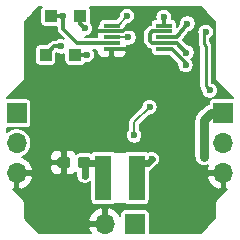
<source format=gbr>
%TF.GenerationSoftware,KiCad,Pcbnew,5.99.0+really5.1.10+dfsg1-1*%
%TF.CreationDate,2021-11-14T15:35:52+01:00*%
%TF.ProjectId,GBPOCKET_DCDC,4742504f-434b-4455-945f-444344432e6b,Rev1*%
%TF.SameCoordinates,PX7102aa0PY5f5e100*%
%TF.FileFunction,Copper,L2,Bot*%
%TF.FilePolarity,Positive*%
%FSLAX46Y46*%
G04 Gerber Fmt 4.6, Leading zero omitted, Abs format (unit mm)*
G04 Created by KiCad (PCBNEW 5.99.0+really5.1.10+dfsg1-1) date 2021-11-14 15:35:52*
%MOMM*%
%LPD*%
G01*
G04 APERTURE LIST*
%TA.AperFunction,ComponentPad*%
%ADD10O,1.700000X1.700000*%
%TD*%
%TA.AperFunction,ComponentPad*%
%ADD11R,1.700000X1.700000*%
%TD*%
%TA.AperFunction,SMDPad,CuDef*%
%ADD12R,1.400000X0.300000*%
%TD*%
%TA.AperFunction,SMDPad,CuDef*%
%ADD13R,1.400000X3.800000*%
%TD*%
%TA.AperFunction,SMDPad,CuDef*%
%ADD14R,1.000000X1.000000*%
%TD*%
%TA.AperFunction,ViaPad*%
%ADD15C,0.600000*%
%TD*%
%TA.AperFunction,Conductor*%
%ADD16C,0.300000*%
%TD*%
%TA.AperFunction,Conductor*%
%ADD17C,0.250000*%
%TD*%
%TA.AperFunction,Conductor*%
%ADD18C,0.200000*%
%TD*%
%TA.AperFunction,Conductor*%
%ADD19C,0.800000*%
%TD*%
%TA.AperFunction,Conductor*%
%ADD20C,0.600000*%
%TD*%
%TA.AperFunction,Conductor*%
%ADD21C,0.100000*%
%TD*%
G04 APERTURE END LIST*
D10*
%TO.P,J3,2*%
%TO.N,GND*%
X8730000Y1200000D03*
D11*
%TO.P,J3,1*%
%TO.N,Net-(J3-Pad1)*%
X11270000Y1200000D03*
%TD*%
%TO.P,C13,2*%
%TO.N,GND*%
%TA.AperFunction,SMDPad,CuDef*%
G36*
G01*
X5775000Y6637500D02*
X5775000Y6162500D01*
G75*
G02*
X5537500Y5925000I-237500J0D01*
G01*
X4937500Y5925000D01*
G75*
G02*
X4700000Y6162500I0J237500D01*
G01*
X4700000Y6637500D01*
G75*
G02*
X4937500Y6875000I237500J0D01*
G01*
X5537500Y6875000D01*
G75*
G02*
X5775000Y6637500I0J-237500D01*
G01*
G37*
%TD.AperFunction*%
%TO.P,C13,1*%
%TO.N,+VSW*%
%TA.AperFunction,SMDPad,CuDef*%
G36*
G01*
X7500000Y6637500D02*
X7500000Y6162500D01*
G75*
G02*
X7262500Y5925000I-237500J0D01*
G01*
X6662500Y5925000D01*
G75*
G02*
X6425000Y6162500I0J237500D01*
G01*
X6425000Y6637500D01*
G75*
G02*
X6662500Y6875000I237500J0D01*
G01*
X7262500Y6875000D01*
G75*
G02*
X7500000Y6637500I0J-237500D01*
G01*
G37*
%TD.AperFunction*%
%TD*%
D10*
%TO.P,J2,3*%
%TO.N,GND*%
X1250000Y5500000D03*
%TO.P,J2,2*%
%TO.N,N/C*%
X1250000Y8040000D03*
D11*
%TO.P,J2,1*%
%TO.N,+BATT*%
X1250000Y10580000D03*
%TD*%
D12*
%TO.P,U2,10*%
%TO.N,/FB_NEG*%
X13700000Y16000000D03*
%TO.P,U2,9*%
%TO.N,+5V*%
X13700000Y16500000D03*
%TO.P,U2,8*%
%TO.N,Net-(C8-Pad1)*%
X13700000Y17000000D03*
%TO.P,U2,7*%
%TO.N,+5V*%
X13700000Y17500000D03*
%TO.P,U2,6*%
%TO.N,Net-(C8-Pad2)*%
X13700000Y18000000D03*
%TO.P,U2,5*%
%TO.N,Net-(C6-Pad2)*%
X9300000Y18000000D03*
%TO.P,U2,4*%
%TO.N,GND*%
X9300000Y17500000D03*
%TO.P,U2,3*%
%TO.N,Net-(C5-Pad2)*%
X9300000Y17000000D03*
%TO.P,U2,2*%
%TO.N,Net-(C3-Pad1)*%
X9300000Y16500000D03*
%TO.P,U2,1*%
%TO.N,GND*%
X9300000Y16000000D03*
%TD*%
D13*
%TO.P,L1,1*%
%TO.N,Net-(L1-Pad1)*%
X11400000Y5100000D03*
%TO.P,L1,2*%
%TO.N,+VSW*%
X8600000Y5100000D03*
%TD*%
D10*
%TO.P,J1,3*%
%TO.N,GND*%
X18750000Y5500000D03*
%TO.P,J1,2*%
%TO.N,-18V*%
X18750000Y8040000D03*
D11*
%TO.P,J1,1*%
%TO.N,+5V*%
X18750000Y10580000D03*
%TD*%
D14*
%TO.P,D2,2*%
%TO.N,Net-(C5-Pad1)*%
X6650000Y18800000D03*
%TO.P,D2,1*%
%TO.N,Net-(C3-Pad1)*%
X4150000Y18800000D03*
%TD*%
%TO.P,D1,2*%
%TO.N,-18V*%
X6200000Y15500000D03*
%TO.P,D1,1*%
%TO.N,Net-(C5-Pad1)*%
X3700000Y15500000D03*
%TD*%
D15*
%TO.N,GND*%
X14000000Y10300000D03*
X14000000Y9400000D03*
X14000000Y8500000D03*
X11200000Y7700000D03*
X8000000Y19300000D03*
X7900000Y18400000D03*
X11900000Y19300000D03*
X11900000Y18200000D03*
X11600000Y15400000D03*
X14650000Y14450000D03*
X15400000Y13300000D03*
X14850000Y12300000D03*
X4350000Y12450000D03*
X3200000Y13850000D03*
X4950000Y15250000D03*
X2300000Y15800000D03*
X2350000Y18450000D03*
X3000000Y19050000D03*
X16300000Y19200000D03*
X17550000Y18450000D03*
X17150000Y4650000D03*
X17950000Y3600000D03*
X17250000Y1200000D03*
X17150000Y2450000D03*
X14550000Y2400000D03*
X13050000Y2500000D03*
X14600000Y4700000D03*
X15200000Y6750000D03*
X13700000Y6600000D03*
X12900000Y5500000D03*
X12850000Y3500000D03*
X9900000Y2400000D03*
X7350000Y2650000D03*
X7050000Y4200000D03*
X6450000Y700000D03*
X3200000Y900000D03*
X2300000Y1950000D03*
X2250000Y3800000D03*
X5400000Y4700000D03*
X3850000Y5050000D03*
X3750000Y6700000D03*
X2400000Y9100000D03*
X1150000Y12200000D03*
X6650000Y11750000D03*
X2850000Y11800000D03*
X17850000Y16750000D03*
%TO.N,-18V*%
X7200012Y15500000D03*
X17250000Y17450000D03*
X17600000Y12500000D03*
%TO.N,Net-(C3-Pad1)*%
X5200000Y18800000D03*
%TO.N,Net-(C5-Pad2)*%
X10700000Y17000000D03*
%TO.N,Net-(C5-Pad1)*%
X7000000Y17750000D03*
X5006556Y16231521D03*
%TO.N,Net-(C6-Pad2)*%
X10600000Y18800000D03*
%TO.N,+5V*%
X17100000Y6900000D03*
X15609627Y15709627D03*
%TO.N,Net-(C8-Pad2)*%
X13700000Y18700000D03*
%TO.N,Net-(C8-Pad1)*%
X15700000Y18150000D03*
%TO.N,/FB_NEG*%
X15549999Y14649999D03*
%TO.N,Net-(L1-Pad1)*%
X12700000Y6700000D03*
%TO.N,+VSW*%
X7000000Y5300000D03*
X12500000Y11100000D03*
X11200000Y8700000D03*
%TD*%
D16*
%TO.N,GND*%
X10237998Y17500000D02*
X10437998Y17700000D01*
X9300000Y17500000D02*
X10237998Y17500000D01*
X9300000Y17500000D02*
X7900000Y17500000D01*
X10437998Y17700000D02*
X10900000Y17700000D01*
X9300000Y16000000D02*
X10600000Y16000000D01*
X10600000Y16000000D02*
X10800000Y16200000D01*
%TO.N,-18V*%
X6200000Y15500000D02*
X7200012Y15500000D01*
D17*
X17250000Y12850000D02*
X17600000Y12500000D01*
X17250000Y16300000D02*
X17250000Y12850000D01*
X17100000Y16450000D02*
X17250000Y16300000D01*
X17100000Y17300000D02*
X17100000Y16450000D01*
X17250000Y17450000D02*
X17100000Y17300000D01*
D16*
%TO.N,Net-(C3-Pad1)*%
X4150000Y18800000D02*
X5200000Y18800000D01*
X6400000Y16500000D02*
X9300000Y16500000D01*
X5200000Y17700000D02*
X6400000Y16500000D01*
X5200000Y18800000D02*
X5200000Y17700000D01*
D18*
%TO.N,Net-(C5-Pad2)*%
X9300000Y17000000D02*
X10700000Y17000000D01*
D16*
%TO.N,Net-(C5-Pad1)*%
X3700000Y15500000D02*
X4431521Y16231521D01*
X4431521Y16231521D02*
X5006556Y16231521D01*
X6650000Y18100000D02*
X7000000Y17750000D01*
X6650000Y18800000D02*
X6650000Y18100000D01*
D18*
%TO.N,Net-(C6-Pad2)*%
X9800000Y18000000D02*
X10600000Y18800000D01*
X9300000Y18000000D02*
X9800000Y18000000D01*
D16*
%TO.N,+5V*%
X12719998Y16500000D02*
X13700000Y16500000D01*
X12500000Y17300000D02*
X12500000Y16719998D01*
X12500000Y16719998D02*
X12719998Y16500000D01*
X12700000Y17500000D02*
X12500000Y17300000D01*
X13700000Y17500000D02*
X12700000Y17500000D01*
D19*
X17715000Y10580000D02*
X18750000Y10580000D01*
X17100000Y9965000D02*
X17715000Y10580000D01*
X17100000Y6900000D02*
X17100000Y9965000D01*
D16*
X13700000Y16500000D02*
X14819254Y16500000D01*
X14819254Y16500000D02*
X15609627Y15709627D01*
%TO.N,Net-(C8-Pad2)*%
X13700000Y18700000D02*
X13700000Y18000000D01*
%TO.N,Net-(C8-Pad1)*%
X14849994Y17000000D02*
X13700000Y17000000D01*
X15700000Y18150000D02*
X14849994Y17000000D01*
%TO.N,/FB_NEG*%
X15549999Y14850001D02*
X15549999Y14649999D01*
X13700000Y16000000D02*
X14400000Y16000000D01*
X14400000Y16000000D02*
X15549999Y14850001D01*
D20*
%TO.N,Net-(L1-Pad1)*%
X12400000Y6400000D02*
X11300000Y6400000D01*
X12700000Y6700000D02*
X12400000Y6400000D01*
%TO.N,+VSW*%
X7000000Y6362500D02*
X6962500Y6400000D01*
X7000000Y5300000D02*
X7000000Y6362500D01*
X8600000Y6400000D02*
X8600000Y5100000D01*
X6962500Y6400000D02*
X8600000Y6400000D01*
D18*
X11200000Y9800000D02*
X11200000Y8700000D01*
X12500000Y11100000D02*
X11200000Y9800000D01*
%TD*%
%TO.N,GND*%
X3315803Y19523303D02*
X3278660Y19453814D01*
X3255788Y19378414D01*
X3248065Y19300000D01*
X3248065Y18300000D01*
X3255788Y18221586D01*
X3278660Y18146186D01*
X3315803Y18076697D01*
X3365789Y18015789D01*
X3426697Y17965803D01*
X3496186Y17928660D01*
X3571586Y17905788D01*
X3650000Y17898065D01*
X4650001Y17898065D01*
X4650001Y17727017D01*
X4647340Y17700000D01*
X4650001Y17672982D01*
X4657959Y17592181D01*
X4679449Y17521340D01*
X4689409Y17488506D01*
X4740479Y17392958D01*
X4791987Y17330196D01*
X4791993Y17330190D01*
X4809211Y17309210D01*
X4830191Y17291992D01*
X5222388Y16899794D01*
X5210738Y16904620D01*
X5075500Y16931521D01*
X4937612Y16931521D01*
X4802374Y16904620D01*
X4674982Y16851853D01*
X4569722Y16781521D01*
X4458529Y16781521D01*
X4431521Y16784181D01*
X4404513Y16781521D01*
X4404503Y16781521D01*
X4323702Y16773563D01*
X4220027Y16742113D01*
X4134103Y16696186D01*
X4124479Y16691042D01*
X4061716Y16639534D01*
X4061711Y16639529D01*
X4040731Y16622311D01*
X4023513Y16601331D01*
X3824117Y16401935D01*
X3200000Y16401935D01*
X3121586Y16394212D01*
X3046186Y16371340D01*
X2976697Y16334197D01*
X2915789Y16284211D01*
X2865803Y16223303D01*
X2828660Y16153814D01*
X2805788Y16078414D01*
X2798065Y16000000D01*
X2798065Y15000000D01*
X2805788Y14921586D01*
X2828660Y14846186D01*
X2865803Y14776697D01*
X2915789Y14715789D01*
X2976697Y14665803D01*
X3046186Y14628660D01*
X3121586Y14605788D01*
X3200000Y14598065D01*
X4200000Y14598065D01*
X4278414Y14605788D01*
X4353814Y14628660D01*
X4423303Y14665803D01*
X4484211Y14715789D01*
X4534197Y14776697D01*
X4571340Y14846186D01*
X4594212Y14921586D01*
X4601935Y15000000D01*
X4601935Y15624117D01*
X4623443Y15645626D01*
X4674982Y15611189D01*
X4802374Y15558422D01*
X4937612Y15531521D01*
X5075500Y15531521D01*
X5210738Y15558422D01*
X5298065Y15594594D01*
X5298065Y15000000D01*
X5305788Y14921586D01*
X5328660Y14846186D01*
X5365803Y14776697D01*
X5415789Y14715789D01*
X5476697Y14665803D01*
X5546186Y14628660D01*
X5621586Y14605788D01*
X5700000Y14598065D01*
X6700000Y14598065D01*
X6778414Y14605788D01*
X6853814Y14628660D01*
X6923303Y14665803D01*
X6984211Y14715789D01*
X7034197Y14776697D01*
X7054766Y14815178D01*
X7131068Y14800000D01*
X7268956Y14800000D01*
X7404194Y14826901D01*
X7531586Y14879668D01*
X7646236Y14956274D01*
X7743738Y15053776D01*
X7820344Y15168426D01*
X7873111Y15295818D01*
X7900012Y15431056D01*
X7900012Y15568944D01*
X7873111Y15704182D01*
X7820344Y15831574D01*
X7743738Y15946224D01*
X7739962Y15950000D01*
X8000000Y15950000D01*
X8000000Y15849998D01*
X8049998Y15849998D01*
X8000000Y15800000D01*
X8011806Y15717638D01*
X8048930Y15605430D01*
X8107232Y15502621D01*
X8184471Y15413162D01*
X8277678Y15340490D01*
X8383272Y15287398D01*
X8497195Y15255927D01*
X8615068Y15247285D01*
X9000000Y15250000D01*
X9150000Y15400000D01*
X9150000Y15948065D01*
X9450000Y15948065D01*
X9450000Y15400000D01*
X9600000Y15250000D01*
X9984932Y15247285D01*
X10102805Y15255927D01*
X10216728Y15287398D01*
X10322322Y15340490D01*
X10415529Y15413162D01*
X10492768Y15502621D01*
X10551070Y15605430D01*
X10588194Y15717638D01*
X10600000Y15800000D01*
X10450000Y15950000D01*
X10019647Y15950000D01*
X10078414Y15955788D01*
X10153814Y15978660D01*
X10223303Y16015803D01*
X10264972Y16050000D01*
X10450000Y16050000D01*
X10600000Y16200000D01*
X10588194Y16282362D01*
X10578928Y16310369D01*
X10631056Y16300000D01*
X10768944Y16300000D01*
X10904182Y16326901D01*
X11031574Y16379668D01*
X11146224Y16456274D01*
X11243726Y16553776D01*
X11320332Y16668426D01*
X11373099Y16795818D01*
X11400000Y16931056D01*
X11400000Y17068944D01*
X11373099Y17204182D01*
X11333411Y17300000D01*
X11947340Y17300000D01*
X11950000Y17272992D01*
X11950000Y16747006D01*
X11947340Y16719998D01*
X11950000Y16692990D01*
X11950000Y16692980D01*
X11957958Y16612179D01*
X11981121Y16535825D01*
X11989409Y16508504D01*
X12040479Y16412956D01*
X12091987Y16350194D01*
X12091993Y16350188D01*
X12109211Y16329208D01*
X12130191Y16311990D01*
X12311985Y16130196D01*
X12329208Y16109210D01*
X12350194Y16091987D01*
X12412076Y16041201D01*
X12412956Y16040479D01*
X12508504Y15989408D01*
X12598065Y15962240D01*
X12598065Y15850000D01*
X12605788Y15771586D01*
X12628660Y15696186D01*
X12665803Y15626697D01*
X12715789Y15565789D01*
X12776697Y15515803D01*
X12846186Y15478660D01*
X12921586Y15455788D01*
X13000000Y15448065D01*
X14174118Y15448065D01*
X14858832Y14763350D01*
X14849999Y14718943D01*
X14849999Y14581055D01*
X14876900Y14445817D01*
X14929667Y14318425D01*
X15006273Y14203775D01*
X15103775Y14106273D01*
X15218425Y14029667D01*
X15345817Y13976900D01*
X15481055Y13949999D01*
X15618943Y13949999D01*
X15754181Y13976900D01*
X15881573Y14029667D01*
X15996223Y14106273D01*
X16093725Y14203775D01*
X16170331Y14318425D01*
X16223098Y14445817D01*
X16249999Y14581055D01*
X16249999Y14718943D01*
X16223098Y14854181D01*
X16170331Y14981573D01*
X16093725Y15096223D01*
X16036786Y15153162D01*
X16055851Y15165901D01*
X16153353Y15263403D01*
X16229959Y15378053D01*
X16282726Y15505445D01*
X16309627Y15640683D01*
X16309627Y15778571D01*
X16282726Y15913809D01*
X16229959Y16041201D01*
X16153353Y16155851D01*
X16055851Y16253353D01*
X15941201Y16329959D01*
X15813809Y16382726D01*
X15689648Y16407424D01*
X15348261Y16748810D01*
X15883358Y17472759D01*
X15904182Y17476901D01*
X16005683Y17518944D01*
X16550000Y17518944D01*
X16550000Y17381056D01*
X16575000Y17255375D01*
X16575000Y16475780D01*
X16572461Y16450000D01*
X16575000Y16424220D01*
X16575000Y16424212D01*
X16577920Y16394570D01*
X16582597Y16347083D01*
X16612617Y16248120D01*
X16658341Y16162577D01*
X16661368Y16156914D01*
X16725000Y16079378D01*
X16725001Y12875790D01*
X16722461Y12850000D01*
X16732597Y12747083D01*
X16762617Y12648120D01*
X16811367Y12556915D01*
X16811368Y12556914D01*
X16876974Y12476973D01*
X16897005Y12460534D01*
X16900000Y12457539D01*
X16900000Y12431056D01*
X16926901Y12295818D01*
X16979668Y12168426D01*
X17056274Y12053776D01*
X17153776Y11956274D01*
X17268426Y11879668D01*
X17395818Y11826901D01*
X17531056Y11800000D01*
X17668944Y11800000D01*
X17804182Y11826901D01*
X17931574Y11879668D01*
X18046224Y11956274D01*
X18143726Y12053776D01*
X18220332Y12168426D01*
X18273099Y12295818D01*
X18300000Y12431056D01*
X18300000Y12568944D01*
X18273099Y12704182D01*
X18220332Y12831574D01*
X18143726Y12946224D01*
X18046224Y13043726D01*
X17931574Y13120332D01*
X17804182Y13173099D01*
X17775000Y13178904D01*
X17775000Y16274221D01*
X17777539Y16300001D01*
X17775000Y16325781D01*
X17775000Y16325788D01*
X17767403Y16402918D01*
X17737383Y16501881D01*
X17688633Y16593086D01*
X17625000Y16670623D01*
X17625000Y16858684D01*
X17696224Y16906274D01*
X17793726Y17003776D01*
X17870332Y17118426D01*
X17923099Y17245818D01*
X17950000Y17381056D01*
X17950000Y17518944D01*
X17923099Y17654182D01*
X17870332Y17781574D01*
X17793726Y17896224D01*
X17696224Y17993726D01*
X17581574Y18070332D01*
X17454182Y18123099D01*
X17318944Y18150000D01*
X17181056Y18150000D01*
X17045818Y18123099D01*
X16918426Y18070332D01*
X16803776Y17993726D01*
X16706274Y17896224D01*
X16629668Y17781574D01*
X16576901Y17654182D01*
X16550000Y17518944D01*
X16005683Y17518944D01*
X16031574Y17529668D01*
X16146224Y17606274D01*
X16243726Y17703776D01*
X16320332Y17818426D01*
X16373099Y17945818D01*
X16400000Y18081056D01*
X16400000Y18218944D01*
X16373099Y18354182D01*
X16320332Y18481574D01*
X16243726Y18596224D01*
X16146224Y18693726D01*
X16031574Y18770332D01*
X15904182Y18823099D01*
X15768944Y18850000D01*
X15631056Y18850000D01*
X15495818Y18823099D01*
X15368426Y18770332D01*
X15253776Y18693726D01*
X15156274Y18596224D01*
X15079668Y18481574D01*
X15026901Y18354182D01*
X15000000Y18218944D01*
X15000000Y18128261D01*
X14801935Y17860292D01*
X14801935Y18150000D01*
X14794212Y18228414D01*
X14771340Y18303814D01*
X14734197Y18373303D01*
X14684211Y18434211D01*
X14623303Y18484197D01*
X14553814Y18521340D01*
X14478414Y18544212D01*
X14400000Y18551935D01*
X14384262Y18551935D01*
X14400000Y18631056D01*
X14400000Y18768944D01*
X14373099Y18904182D01*
X14320332Y19031574D01*
X14243726Y19146224D01*
X14146224Y19243726D01*
X14031574Y19320332D01*
X13904182Y19373099D01*
X13768944Y19400000D01*
X13631056Y19400000D01*
X13495818Y19373099D01*
X13368426Y19320332D01*
X13253776Y19243726D01*
X13156274Y19146224D01*
X13079668Y19031574D01*
X13026901Y18904182D01*
X13000000Y18768944D01*
X13000000Y18631056D01*
X13015738Y18551935D01*
X13000000Y18551935D01*
X12921586Y18544212D01*
X12846186Y18521340D01*
X12776697Y18484197D01*
X12715789Y18434211D01*
X12665803Y18373303D01*
X12628660Y18303814D01*
X12605788Y18228414D01*
X12598065Y18150000D01*
X12598065Y18042622D01*
X12592181Y18042042D01*
X12488506Y18010592D01*
X12392958Y17959521D01*
X12309210Y17890790D01*
X12291983Y17869800D01*
X12130197Y17708014D01*
X12109210Y17690790D01*
X12040479Y17607042D01*
X11989408Y17511493D01*
X11957958Y17407818D01*
X11950000Y17327017D01*
X11950000Y17327008D01*
X11947340Y17300000D01*
X11333411Y17300000D01*
X11320332Y17331574D01*
X11243726Y17446224D01*
X11146224Y17543726D01*
X11031574Y17620332D01*
X10904182Y17673099D01*
X10768944Y17700000D01*
X10631056Y17700000D01*
X10592289Y17692289D01*
X10600000Y17700000D01*
X10588194Y17782362D01*
X10551070Y17894570D01*
X10497008Y17989902D01*
X10607106Y18100000D01*
X10668944Y18100000D01*
X10804182Y18126901D01*
X10931574Y18179668D01*
X11046224Y18256274D01*
X11143726Y18353776D01*
X11220332Y18468426D01*
X11273099Y18595818D01*
X11300000Y18731056D01*
X11300000Y18868944D01*
X11273099Y19004182D01*
X11220332Y19131574D01*
X11143726Y19246224D01*
X11046224Y19343726D01*
X10931574Y19420332D01*
X10804182Y19473099D01*
X10668944Y19500000D01*
X10531056Y19500000D01*
X10395818Y19473099D01*
X10268426Y19420332D01*
X10153776Y19343726D01*
X10056274Y19246224D01*
X9979668Y19131574D01*
X9926901Y19004182D01*
X9900000Y18868944D01*
X9900000Y18807106D01*
X9644829Y18551935D01*
X8600000Y18551935D01*
X8521586Y18544212D01*
X8446186Y18521340D01*
X8376697Y18484197D01*
X8315789Y18434211D01*
X8265803Y18373303D01*
X8228660Y18303814D01*
X8205788Y18228414D01*
X8198065Y18150000D01*
X8198065Y18097437D01*
X8184471Y18086838D01*
X8107232Y17997379D01*
X8048930Y17894570D01*
X8011806Y17782362D01*
X8000000Y17700000D01*
X8150000Y17550000D01*
X8335028Y17550000D01*
X8376697Y17515803D01*
X8406262Y17500000D01*
X8376697Y17484197D01*
X8335028Y17450000D01*
X8150000Y17450000D01*
X8000000Y17300000D01*
X8011806Y17217638D01*
X8048930Y17105430D01*
X8080364Y17050000D01*
X7068944Y17050000D01*
X7204182Y17076901D01*
X7331574Y17129668D01*
X7446224Y17206274D01*
X7543726Y17303776D01*
X7620332Y17418426D01*
X7673099Y17545818D01*
X7700000Y17681056D01*
X7700000Y17818944D01*
X7673099Y17954182D01*
X7620332Y18081574D01*
X7543726Y18196224D01*
X7538196Y18201754D01*
X7544212Y18221586D01*
X7551935Y18300000D01*
X7551935Y19300000D01*
X7544212Y19378414D01*
X7521340Y19453814D01*
X7484197Y19523303D01*
X7441770Y19575000D01*
X16823960Y19575000D01*
X18075000Y18323959D01*
X18075001Y13520877D01*
X18072945Y13500000D01*
X18081150Y13416686D01*
X18105207Y13337383D01*
X18105453Y13336573D01*
X18144917Y13262740D01*
X18198027Y13198026D01*
X18214239Y13184721D01*
X19567024Y11831935D01*
X17900000Y11831935D01*
X17821586Y11824212D01*
X17746186Y11801340D01*
X17676697Y11764197D01*
X17615789Y11714211D01*
X17565803Y11653303D01*
X17528660Y11583814D01*
X17505788Y11508414D01*
X17498065Y11430000D01*
X17498065Y11350190D01*
X17407372Y11322679D01*
X17350478Y11292268D01*
X17268393Y11248393D01*
X17207010Y11198017D01*
X17146578Y11148422D01*
X17121531Y11117902D01*
X16562098Y10558468D01*
X16531579Y10533422D01*
X16506532Y10502902D01*
X16506531Y10502901D01*
X16431607Y10411606D01*
X16357321Y10272627D01*
X16311577Y10121827D01*
X16296130Y9965000D01*
X16300001Y9925700D01*
X16300000Y6860708D01*
X16311576Y6743174D01*
X16357321Y6592373D01*
X16431607Y6453395D01*
X16531578Y6331578D01*
X16653394Y6231607D01*
X16792372Y6157321D01*
X16943173Y6111576D01*
X17100000Y6096130D01*
X17256826Y6111576D01*
X17407627Y6157321D01*
X17481650Y6196887D01*
X17377452Y5967582D01*
X17349000Y5873766D01*
X17458683Y5650000D01*
X18600000Y5650000D01*
X18600000Y5670000D01*
X18900000Y5670000D01*
X18900000Y5650000D01*
X18920000Y5650000D01*
X18920000Y5350000D01*
X18900000Y5350000D01*
X18900000Y4207774D01*
X19039109Y4140149D01*
X18214243Y3315283D01*
X18198026Y3301974D01*
X18144916Y3237259D01*
X18105452Y3163426D01*
X18092760Y3121586D01*
X18081151Y3083315D01*
X18081150Y3083313D01*
X18075000Y3020873D01*
X18075000Y3020867D01*
X18072945Y3000000D01*
X18075000Y2979133D01*
X18075001Y1676042D01*
X16823960Y425000D01*
X12521935Y425000D01*
X12521935Y2050000D01*
X12514212Y2128414D01*
X12491340Y2203814D01*
X12454197Y2273303D01*
X12404211Y2334211D01*
X12343303Y2384197D01*
X12273814Y2421340D01*
X12198414Y2444212D01*
X12120000Y2451935D01*
X10420000Y2451935D01*
X10341586Y2444212D01*
X10266186Y2421340D01*
X10196697Y2384197D01*
X10135789Y2334211D01*
X10085803Y2273303D01*
X10048660Y2203814D01*
X10025788Y2128414D01*
X10018065Y2050000D01*
X10018065Y1861029D01*
X9881326Y2081457D01*
X9687240Y2289133D01*
X9456368Y2454954D01*
X9197582Y2572548D01*
X9103766Y2601000D01*
X8880000Y2491317D01*
X8880000Y1350000D01*
X8900000Y1350000D01*
X8900000Y1050000D01*
X8880000Y1050000D01*
X8880000Y1030000D01*
X8580000Y1030000D01*
X8580000Y1050000D01*
X7437774Y1050000D01*
X7328995Y826233D01*
X7428833Y560092D01*
X7512635Y425000D01*
X3176041Y425000D01*
X2027274Y1573767D01*
X7328995Y1573767D01*
X7437774Y1350000D01*
X8580000Y1350000D01*
X8580000Y2491317D01*
X8356234Y2601000D01*
X8262418Y2572548D01*
X8003632Y2454954D01*
X7772760Y2289133D01*
X7578674Y2081457D01*
X7428833Y1839908D01*
X7328995Y1573767D01*
X2027274Y1573767D01*
X1925000Y1676040D01*
X1925000Y2979134D01*
X1927055Y3000001D01*
X1925000Y3020868D01*
X1925000Y3020874D01*
X1918850Y3083314D01*
X1894548Y3163427D01*
X1855084Y3237260D01*
X1801974Y3301974D01*
X1785763Y3315278D01*
X960891Y4140149D01*
X1100000Y4207774D01*
X1100000Y5350000D01*
X1400000Y5350000D01*
X1400000Y4207774D01*
X1623767Y4098995D01*
X1889908Y4198833D01*
X2131457Y4348674D01*
X2339133Y4542760D01*
X2504954Y4773632D01*
X2622548Y5032418D01*
X2651000Y5126234D01*
X2541317Y5350000D01*
X1400000Y5350000D01*
X1100000Y5350000D01*
X1080000Y5350000D01*
X1080000Y5650000D01*
X1100000Y5650000D01*
X1100000Y5670000D01*
X1400000Y5670000D01*
X1400000Y5650000D01*
X2541317Y5650000D01*
X2651000Y5873766D01*
X2635463Y5925000D01*
X4097097Y5925000D01*
X4108682Y5807379D01*
X4142990Y5694279D01*
X4198704Y5590045D01*
X4273683Y5498683D01*
X4365045Y5423704D01*
X4469279Y5367990D01*
X4582379Y5333682D01*
X4700000Y5322097D01*
X4937500Y5325000D01*
X5087500Y5475000D01*
X5087500Y6250000D01*
X4250000Y6250000D01*
X4100000Y6100000D01*
X4097097Y5925000D01*
X2635463Y5925000D01*
X2622548Y5967582D01*
X2504954Y6226368D01*
X2339133Y6457240D01*
X2131457Y6651326D01*
X1889908Y6801167D01*
X1698735Y6872882D01*
X1703848Y6875000D01*
X4097097Y6875000D01*
X4100000Y6700000D01*
X4250000Y6550000D01*
X5087500Y6550000D01*
X5087500Y7325000D01*
X5387500Y7325000D01*
X5387500Y6550000D01*
X5407500Y6550000D01*
X5407500Y6250000D01*
X5387500Y6250000D01*
X5387500Y5475000D01*
X5537500Y5325000D01*
X5775000Y5322097D01*
X5892621Y5333682D01*
X6005721Y5367990D01*
X6109955Y5423704D01*
X6201317Y5498683D01*
X6276296Y5590045D01*
X6300000Y5634393D01*
X6300000Y5231056D01*
X6306741Y5197168D01*
X6310128Y5162777D01*
X6320160Y5129705D01*
X6326901Y5095818D01*
X6340123Y5063897D01*
X6350155Y5030826D01*
X6366445Y5000350D01*
X6379668Y4968426D01*
X6398867Y4939692D01*
X6415155Y4909220D01*
X6437072Y4882513D01*
X6456274Y4853776D01*
X6480713Y4829337D01*
X6502630Y4802631D01*
X6529337Y4780713D01*
X6553776Y4756274D01*
X6582510Y4737075D01*
X6609219Y4715155D01*
X6639696Y4698865D01*
X6668426Y4679668D01*
X6700346Y4666446D01*
X6730825Y4650155D01*
X6763900Y4640122D01*
X6795818Y4626901D01*
X6829702Y4620161D01*
X6862776Y4610128D01*
X6897169Y4606741D01*
X6931056Y4600000D01*
X6965610Y4600000D01*
X7000000Y4596613D01*
X7034390Y4600000D01*
X7068944Y4600000D01*
X7102832Y4606741D01*
X7137223Y4610128D01*
X7170295Y4620160D01*
X7204182Y4626901D01*
X7236103Y4640123D01*
X7269174Y4650155D01*
X7299650Y4666445D01*
X7331574Y4679668D01*
X7360308Y4698867D01*
X7390780Y4715155D01*
X7417487Y4737072D01*
X7446224Y4756274D01*
X7470663Y4780713D01*
X7497369Y4802630D01*
X7498065Y4803478D01*
X7498065Y3200000D01*
X7505788Y3121586D01*
X7528660Y3046186D01*
X7565803Y2976697D01*
X7615789Y2915789D01*
X7676697Y2865803D01*
X7746186Y2828660D01*
X7821586Y2805788D01*
X7900000Y2798065D01*
X9300000Y2798065D01*
X9378414Y2805788D01*
X9453814Y2828660D01*
X9523303Y2865803D01*
X9564972Y2900000D01*
X10435028Y2900000D01*
X10476697Y2865803D01*
X10546186Y2828660D01*
X10621586Y2805788D01*
X10700000Y2798065D01*
X12100000Y2798065D01*
X12178414Y2805788D01*
X12253814Y2828660D01*
X12323303Y2865803D01*
X12384211Y2915789D01*
X12434197Y2976697D01*
X12471340Y3046186D01*
X12494212Y3121586D01*
X12501935Y3200000D01*
X12501935Y5126234D01*
X17349000Y5126234D01*
X17377452Y5032418D01*
X17495046Y4773632D01*
X17660867Y4542760D01*
X17868543Y4348674D01*
X18110092Y4198833D01*
X18376233Y4098995D01*
X18600000Y4207774D01*
X18600000Y5350000D01*
X17458683Y5350000D01*
X17349000Y5126234D01*
X12501935Y5126234D01*
X12501935Y5706652D01*
X12537224Y5710128D01*
X12669175Y5750155D01*
X12790781Y5815155D01*
X12897370Y5902630D01*
X12919296Y5929347D01*
X13146221Y6156272D01*
X13146224Y6156274D01*
X13243726Y6253776D01*
X13262925Y6282510D01*
X13284845Y6309219D01*
X13301135Y6339696D01*
X13320332Y6368426D01*
X13333554Y6400346D01*
X13349845Y6430825D01*
X13359877Y6463898D01*
X13373099Y6495818D01*
X13379840Y6529707D01*
X13389871Y6562775D01*
X13393258Y6597162D01*
X13400000Y6631056D01*
X13400000Y6665612D01*
X13403387Y6699999D01*
X13400000Y6734386D01*
X13400000Y6768944D01*
X13393258Y6802840D01*
X13389871Y6837223D01*
X13379841Y6870288D01*
X13373099Y6904182D01*
X13359876Y6936105D01*
X13349845Y6969174D01*
X13333555Y6999651D01*
X13320332Y7031574D01*
X13301135Y7060305D01*
X13284845Y7090781D01*
X13262926Y7117489D01*
X13243726Y7146224D01*
X13219284Y7170666D01*
X13197369Y7197369D01*
X13170666Y7219284D01*
X13146224Y7243726D01*
X13117489Y7262926D01*
X13090781Y7284845D01*
X13060305Y7301135D01*
X13031574Y7320332D01*
X12999651Y7333555D01*
X12969174Y7349845D01*
X12936105Y7359876D01*
X12904182Y7373099D01*
X12870288Y7379841D01*
X12837223Y7389871D01*
X12802840Y7393258D01*
X12768944Y7400000D01*
X12734386Y7400000D01*
X12699999Y7403387D01*
X12665612Y7400000D01*
X12631056Y7400000D01*
X12597162Y7393258D01*
X12562775Y7389871D01*
X12529707Y7379840D01*
X12495818Y7373099D01*
X12463898Y7359877D01*
X12430825Y7349845D01*
X12400346Y7333554D01*
X12368426Y7320332D01*
X12352866Y7309935D01*
X12323303Y7334197D01*
X12253814Y7371340D01*
X12178414Y7394212D01*
X12100000Y7401935D01*
X10700000Y7401935D01*
X10621586Y7394212D01*
X10546186Y7371340D01*
X10476697Y7334197D01*
X10435028Y7300000D01*
X9564972Y7300000D01*
X9523303Y7334197D01*
X9453814Y7371340D01*
X9378414Y7394212D01*
X9300000Y7401935D01*
X7900000Y7401935D01*
X7821586Y7394212D01*
X7746186Y7371340D01*
X7676697Y7334197D01*
X7615789Y7284211D01*
X7565803Y7223303D01*
X7554842Y7202796D01*
X7507201Y7228261D01*
X7387248Y7264648D01*
X7262500Y7276935D01*
X6662500Y7276935D01*
X6537752Y7264648D01*
X6417799Y7228261D01*
X6307249Y7169171D01*
X6300886Y7163949D01*
X6276296Y7209955D01*
X6201317Y7301317D01*
X6109955Y7376296D01*
X6005721Y7432010D01*
X5892621Y7466318D01*
X5775000Y7477903D01*
X5537500Y7475000D01*
X5387500Y7325000D01*
X5087500Y7325000D01*
X4937500Y7475000D01*
X4700000Y7477903D01*
X4582379Y7466318D01*
X4469279Y7432010D01*
X4365045Y7376296D01*
X4273683Y7301317D01*
X4198704Y7209955D01*
X4142990Y7105721D01*
X4108682Y6992621D01*
X4097097Y6875000D01*
X1703848Y6875000D01*
X1842097Y6932265D01*
X2046828Y7069062D01*
X2220938Y7243172D01*
X2357735Y7447903D01*
X2451963Y7675389D01*
X2500000Y7916886D01*
X2500000Y8163114D01*
X2451963Y8404611D01*
X2357735Y8632097D01*
X2266297Y8768944D01*
X10500000Y8768944D01*
X10500000Y8631056D01*
X10526901Y8495818D01*
X10579668Y8368426D01*
X10656274Y8253776D01*
X10753776Y8156274D01*
X10868426Y8079668D01*
X10995818Y8026901D01*
X11131056Y8000000D01*
X11268944Y8000000D01*
X11404182Y8026901D01*
X11531574Y8079668D01*
X11646224Y8156274D01*
X11743726Y8253776D01*
X11820332Y8368426D01*
X11873099Y8495818D01*
X11900000Y8631056D01*
X11900000Y8768944D01*
X11873099Y8904182D01*
X11820332Y9031574D01*
X11743726Y9146224D01*
X11700000Y9189950D01*
X11700000Y9592895D01*
X12507106Y10400000D01*
X12568944Y10400000D01*
X12704182Y10426901D01*
X12831574Y10479668D01*
X12946224Y10556274D01*
X13043726Y10653776D01*
X13120332Y10768426D01*
X13173099Y10895818D01*
X13200000Y11031056D01*
X13200000Y11168944D01*
X13173099Y11304182D01*
X13120332Y11431574D01*
X13043726Y11546224D01*
X12946224Y11643726D01*
X12831574Y11720332D01*
X12704182Y11773099D01*
X12568944Y11800000D01*
X12431056Y11800000D01*
X12295818Y11773099D01*
X12168426Y11720332D01*
X12053776Y11643726D01*
X11956274Y11546224D01*
X11879668Y11431574D01*
X11826901Y11304182D01*
X11800000Y11168944D01*
X11800000Y11107106D01*
X10863824Y10170929D01*
X10844736Y10155264D01*
X10782254Y10079129D01*
X10735825Y9992266D01*
X10727554Y9965000D01*
X10707235Y9898017D01*
X10697581Y9800000D01*
X10700000Y9775439D01*
X10700001Y9189951D01*
X10656274Y9146224D01*
X10579668Y9031574D01*
X10526901Y8904182D01*
X10500000Y8768944D01*
X2266297Y8768944D01*
X2220938Y8836828D01*
X2046828Y9010938D01*
X1842097Y9147735D01*
X1614611Y9241963D01*
X1373114Y9290000D01*
X1126886Y9290000D01*
X885389Y9241963D01*
X657903Y9147735D01*
X453172Y9010938D01*
X425000Y8982766D01*
X425000Y9328065D01*
X2100000Y9328065D01*
X2178414Y9335788D01*
X2253814Y9358660D01*
X2323303Y9395803D01*
X2384211Y9445789D01*
X2434197Y9506697D01*
X2471340Y9576186D01*
X2494212Y9651586D01*
X2501935Y9730000D01*
X2501935Y11430000D01*
X2494212Y11508414D01*
X2471340Y11583814D01*
X2434197Y11653303D01*
X2384211Y11714211D01*
X2323303Y11764197D01*
X2253814Y11801340D01*
X2178414Y11824212D01*
X2100000Y11831935D01*
X432975Y11831935D01*
X1785763Y13184722D01*
X1801974Y13198026D01*
X1855084Y13262740D01*
X1894548Y13336573D01*
X1918850Y13416686D01*
X1925000Y13479126D01*
X1925000Y13479132D01*
X1927055Y13499999D01*
X1925000Y13520866D01*
X1925000Y18323960D01*
X3176041Y19575000D01*
X3358230Y19575000D01*
X3315803Y19523303D01*
%TA.AperFunction,Conductor*%
D21*
G36*
X3315803Y19523303D02*
G01*
X3278660Y19453814D01*
X3255788Y19378414D01*
X3248065Y19300000D01*
X3248065Y18300000D01*
X3255788Y18221586D01*
X3278660Y18146186D01*
X3315803Y18076697D01*
X3365789Y18015789D01*
X3426697Y17965803D01*
X3496186Y17928660D01*
X3571586Y17905788D01*
X3650000Y17898065D01*
X4650001Y17898065D01*
X4650001Y17727017D01*
X4647340Y17700000D01*
X4650001Y17672982D01*
X4657959Y17592181D01*
X4679449Y17521340D01*
X4689409Y17488506D01*
X4740479Y17392958D01*
X4791987Y17330196D01*
X4791993Y17330190D01*
X4809211Y17309210D01*
X4830191Y17291992D01*
X5222388Y16899794D01*
X5210738Y16904620D01*
X5075500Y16931521D01*
X4937612Y16931521D01*
X4802374Y16904620D01*
X4674982Y16851853D01*
X4569722Y16781521D01*
X4458529Y16781521D01*
X4431521Y16784181D01*
X4404513Y16781521D01*
X4404503Y16781521D01*
X4323702Y16773563D01*
X4220027Y16742113D01*
X4134103Y16696186D01*
X4124479Y16691042D01*
X4061716Y16639534D01*
X4061711Y16639529D01*
X4040731Y16622311D01*
X4023513Y16601331D01*
X3824117Y16401935D01*
X3200000Y16401935D01*
X3121586Y16394212D01*
X3046186Y16371340D01*
X2976697Y16334197D01*
X2915789Y16284211D01*
X2865803Y16223303D01*
X2828660Y16153814D01*
X2805788Y16078414D01*
X2798065Y16000000D01*
X2798065Y15000000D01*
X2805788Y14921586D01*
X2828660Y14846186D01*
X2865803Y14776697D01*
X2915789Y14715789D01*
X2976697Y14665803D01*
X3046186Y14628660D01*
X3121586Y14605788D01*
X3200000Y14598065D01*
X4200000Y14598065D01*
X4278414Y14605788D01*
X4353814Y14628660D01*
X4423303Y14665803D01*
X4484211Y14715789D01*
X4534197Y14776697D01*
X4571340Y14846186D01*
X4594212Y14921586D01*
X4601935Y15000000D01*
X4601935Y15624117D01*
X4623443Y15645626D01*
X4674982Y15611189D01*
X4802374Y15558422D01*
X4937612Y15531521D01*
X5075500Y15531521D01*
X5210738Y15558422D01*
X5298065Y15594594D01*
X5298065Y15000000D01*
X5305788Y14921586D01*
X5328660Y14846186D01*
X5365803Y14776697D01*
X5415789Y14715789D01*
X5476697Y14665803D01*
X5546186Y14628660D01*
X5621586Y14605788D01*
X5700000Y14598065D01*
X6700000Y14598065D01*
X6778414Y14605788D01*
X6853814Y14628660D01*
X6923303Y14665803D01*
X6984211Y14715789D01*
X7034197Y14776697D01*
X7054766Y14815178D01*
X7131068Y14800000D01*
X7268956Y14800000D01*
X7404194Y14826901D01*
X7531586Y14879668D01*
X7646236Y14956274D01*
X7743738Y15053776D01*
X7820344Y15168426D01*
X7873111Y15295818D01*
X7900012Y15431056D01*
X7900012Y15568944D01*
X7873111Y15704182D01*
X7820344Y15831574D01*
X7743738Y15946224D01*
X7739962Y15950000D01*
X8000000Y15950000D01*
X8000000Y15849998D01*
X8049998Y15849998D01*
X8000000Y15800000D01*
X8011806Y15717638D01*
X8048930Y15605430D01*
X8107232Y15502621D01*
X8184471Y15413162D01*
X8277678Y15340490D01*
X8383272Y15287398D01*
X8497195Y15255927D01*
X8615068Y15247285D01*
X9000000Y15250000D01*
X9150000Y15400000D01*
X9150000Y15948065D01*
X9450000Y15948065D01*
X9450000Y15400000D01*
X9600000Y15250000D01*
X9984932Y15247285D01*
X10102805Y15255927D01*
X10216728Y15287398D01*
X10322322Y15340490D01*
X10415529Y15413162D01*
X10492768Y15502621D01*
X10551070Y15605430D01*
X10588194Y15717638D01*
X10600000Y15800000D01*
X10450000Y15950000D01*
X10019647Y15950000D01*
X10078414Y15955788D01*
X10153814Y15978660D01*
X10223303Y16015803D01*
X10264972Y16050000D01*
X10450000Y16050000D01*
X10600000Y16200000D01*
X10588194Y16282362D01*
X10578928Y16310369D01*
X10631056Y16300000D01*
X10768944Y16300000D01*
X10904182Y16326901D01*
X11031574Y16379668D01*
X11146224Y16456274D01*
X11243726Y16553776D01*
X11320332Y16668426D01*
X11373099Y16795818D01*
X11400000Y16931056D01*
X11400000Y17068944D01*
X11373099Y17204182D01*
X11333411Y17300000D01*
X11947340Y17300000D01*
X11950000Y17272992D01*
X11950000Y16747006D01*
X11947340Y16719998D01*
X11950000Y16692990D01*
X11950000Y16692980D01*
X11957958Y16612179D01*
X11981121Y16535825D01*
X11989409Y16508504D01*
X12040479Y16412956D01*
X12091987Y16350194D01*
X12091993Y16350188D01*
X12109211Y16329208D01*
X12130191Y16311990D01*
X12311985Y16130196D01*
X12329208Y16109210D01*
X12350194Y16091987D01*
X12412076Y16041201D01*
X12412956Y16040479D01*
X12508504Y15989408D01*
X12598065Y15962240D01*
X12598065Y15850000D01*
X12605788Y15771586D01*
X12628660Y15696186D01*
X12665803Y15626697D01*
X12715789Y15565789D01*
X12776697Y15515803D01*
X12846186Y15478660D01*
X12921586Y15455788D01*
X13000000Y15448065D01*
X14174118Y15448065D01*
X14858832Y14763350D01*
X14849999Y14718943D01*
X14849999Y14581055D01*
X14876900Y14445817D01*
X14929667Y14318425D01*
X15006273Y14203775D01*
X15103775Y14106273D01*
X15218425Y14029667D01*
X15345817Y13976900D01*
X15481055Y13949999D01*
X15618943Y13949999D01*
X15754181Y13976900D01*
X15881573Y14029667D01*
X15996223Y14106273D01*
X16093725Y14203775D01*
X16170331Y14318425D01*
X16223098Y14445817D01*
X16249999Y14581055D01*
X16249999Y14718943D01*
X16223098Y14854181D01*
X16170331Y14981573D01*
X16093725Y15096223D01*
X16036786Y15153162D01*
X16055851Y15165901D01*
X16153353Y15263403D01*
X16229959Y15378053D01*
X16282726Y15505445D01*
X16309627Y15640683D01*
X16309627Y15778571D01*
X16282726Y15913809D01*
X16229959Y16041201D01*
X16153353Y16155851D01*
X16055851Y16253353D01*
X15941201Y16329959D01*
X15813809Y16382726D01*
X15689648Y16407424D01*
X15348261Y16748810D01*
X15883358Y17472759D01*
X15904182Y17476901D01*
X16005683Y17518944D01*
X16550000Y17518944D01*
X16550000Y17381056D01*
X16575000Y17255375D01*
X16575000Y16475780D01*
X16572461Y16450000D01*
X16575000Y16424220D01*
X16575000Y16424212D01*
X16577920Y16394570D01*
X16582597Y16347083D01*
X16612617Y16248120D01*
X16658341Y16162577D01*
X16661368Y16156914D01*
X16725000Y16079378D01*
X16725001Y12875790D01*
X16722461Y12850000D01*
X16732597Y12747083D01*
X16762617Y12648120D01*
X16811367Y12556915D01*
X16811368Y12556914D01*
X16876974Y12476973D01*
X16897005Y12460534D01*
X16900000Y12457539D01*
X16900000Y12431056D01*
X16926901Y12295818D01*
X16979668Y12168426D01*
X17056274Y12053776D01*
X17153776Y11956274D01*
X17268426Y11879668D01*
X17395818Y11826901D01*
X17531056Y11800000D01*
X17668944Y11800000D01*
X17804182Y11826901D01*
X17931574Y11879668D01*
X18046224Y11956274D01*
X18143726Y12053776D01*
X18220332Y12168426D01*
X18273099Y12295818D01*
X18300000Y12431056D01*
X18300000Y12568944D01*
X18273099Y12704182D01*
X18220332Y12831574D01*
X18143726Y12946224D01*
X18046224Y13043726D01*
X17931574Y13120332D01*
X17804182Y13173099D01*
X17775000Y13178904D01*
X17775000Y16274221D01*
X17777539Y16300001D01*
X17775000Y16325781D01*
X17775000Y16325788D01*
X17767403Y16402918D01*
X17737383Y16501881D01*
X17688633Y16593086D01*
X17625000Y16670623D01*
X17625000Y16858684D01*
X17696224Y16906274D01*
X17793726Y17003776D01*
X17870332Y17118426D01*
X17923099Y17245818D01*
X17950000Y17381056D01*
X17950000Y17518944D01*
X17923099Y17654182D01*
X17870332Y17781574D01*
X17793726Y17896224D01*
X17696224Y17993726D01*
X17581574Y18070332D01*
X17454182Y18123099D01*
X17318944Y18150000D01*
X17181056Y18150000D01*
X17045818Y18123099D01*
X16918426Y18070332D01*
X16803776Y17993726D01*
X16706274Y17896224D01*
X16629668Y17781574D01*
X16576901Y17654182D01*
X16550000Y17518944D01*
X16005683Y17518944D01*
X16031574Y17529668D01*
X16146224Y17606274D01*
X16243726Y17703776D01*
X16320332Y17818426D01*
X16373099Y17945818D01*
X16400000Y18081056D01*
X16400000Y18218944D01*
X16373099Y18354182D01*
X16320332Y18481574D01*
X16243726Y18596224D01*
X16146224Y18693726D01*
X16031574Y18770332D01*
X15904182Y18823099D01*
X15768944Y18850000D01*
X15631056Y18850000D01*
X15495818Y18823099D01*
X15368426Y18770332D01*
X15253776Y18693726D01*
X15156274Y18596224D01*
X15079668Y18481574D01*
X15026901Y18354182D01*
X15000000Y18218944D01*
X15000000Y18128261D01*
X14801935Y17860292D01*
X14801935Y18150000D01*
X14794212Y18228414D01*
X14771340Y18303814D01*
X14734197Y18373303D01*
X14684211Y18434211D01*
X14623303Y18484197D01*
X14553814Y18521340D01*
X14478414Y18544212D01*
X14400000Y18551935D01*
X14384262Y18551935D01*
X14400000Y18631056D01*
X14400000Y18768944D01*
X14373099Y18904182D01*
X14320332Y19031574D01*
X14243726Y19146224D01*
X14146224Y19243726D01*
X14031574Y19320332D01*
X13904182Y19373099D01*
X13768944Y19400000D01*
X13631056Y19400000D01*
X13495818Y19373099D01*
X13368426Y19320332D01*
X13253776Y19243726D01*
X13156274Y19146224D01*
X13079668Y19031574D01*
X13026901Y18904182D01*
X13000000Y18768944D01*
X13000000Y18631056D01*
X13015738Y18551935D01*
X13000000Y18551935D01*
X12921586Y18544212D01*
X12846186Y18521340D01*
X12776697Y18484197D01*
X12715789Y18434211D01*
X12665803Y18373303D01*
X12628660Y18303814D01*
X12605788Y18228414D01*
X12598065Y18150000D01*
X12598065Y18042622D01*
X12592181Y18042042D01*
X12488506Y18010592D01*
X12392958Y17959521D01*
X12309210Y17890790D01*
X12291983Y17869800D01*
X12130197Y17708014D01*
X12109210Y17690790D01*
X12040479Y17607042D01*
X11989408Y17511493D01*
X11957958Y17407818D01*
X11950000Y17327017D01*
X11950000Y17327008D01*
X11947340Y17300000D01*
X11333411Y17300000D01*
X11320332Y17331574D01*
X11243726Y17446224D01*
X11146224Y17543726D01*
X11031574Y17620332D01*
X10904182Y17673099D01*
X10768944Y17700000D01*
X10631056Y17700000D01*
X10592289Y17692289D01*
X10600000Y17700000D01*
X10588194Y17782362D01*
X10551070Y17894570D01*
X10497008Y17989902D01*
X10607106Y18100000D01*
X10668944Y18100000D01*
X10804182Y18126901D01*
X10931574Y18179668D01*
X11046224Y18256274D01*
X11143726Y18353776D01*
X11220332Y18468426D01*
X11273099Y18595818D01*
X11300000Y18731056D01*
X11300000Y18868944D01*
X11273099Y19004182D01*
X11220332Y19131574D01*
X11143726Y19246224D01*
X11046224Y19343726D01*
X10931574Y19420332D01*
X10804182Y19473099D01*
X10668944Y19500000D01*
X10531056Y19500000D01*
X10395818Y19473099D01*
X10268426Y19420332D01*
X10153776Y19343726D01*
X10056274Y19246224D01*
X9979668Y19131574D01*
X9926901Y19004182D01*
X9900000Y18868944D01*
X9900000Y18807106D01*
X9644829Y18551935D01*
X8600000Y18551935D01*
X8521586Y18544212D01*
X8446186Y18521340D01*
X8376697Y18484197D01*
X8315789Y18434211D01*
X8265803Y18373303D01*
X8228660Y18303814D01*
X8205788Y18228414D01*
X8198065Y18150000D01*
X8198065Y18097437D01*
X8184471Y18086838D01*
X8107232Y17997379D01*
X8048930Y17894570D01*
X8011806Y17782362D01*
X8000000Y17700000D01*
X8150000Y17550000D01*
X8335028Y17550000D01*
X8376697Y17515803D01*
X8406262Y17500000D01*
X8376697Y17484197D01*
X8335028Y17450000D01*
X8150000Y17450000D01*
X8000000Y17300000D01*
X8011806Y17217638D01*
X8048930Y17105430D01*
X8080364Y17050000D01*
X7068944Y17050000D01*
X7204182Y17076901D01*
X7331574Y17129668D01*
X7446224Y17206274D01*
X7543726Y17303776D01*
X7620332Y17418426D01*
X7673099Y17545818D01*
X7700000Y17681056D01*
X7700000Y17818944D01*
X7673099Y17954182D01*
X7620332Y18081574D01*
X7543726Y18196224D01*
X7538196Y18201754D01*
X7544212Y18221586D01*
X7551935Y18300000D01*
X7551935Y19300000D01*
X7544212Y19378414D01*
X7521340Y19453814D01*
X7484197Y19523303D01*
X7441770Y19575000D01*
X16823960Y19575000D01*
X18075000Y18323959D01*
X18075001Y13520877D01*
X18072945Y13500000D01*
X18081150Y13416686D01*
X18105207Y13337383D01*
X18105453Y13336573D01*
X18144917Y13262740D01*
X18198027Y13198026D01*
X18214239Y13184721D01*
X19567024Y11831935D01*
X17900000Y11831935D01*
X17821586Y11824212D01*
X17746186Y11801340D01*
X17676697Y11764197D01*
X17615789Y11714211D01*
X17565803Y11653303D01*
X17528660Y11583814D01*
X17505788Y11508414D01*
X17498065Y11430000D01*
X17498065Y11350190D01*
X17407372Y11322679D01*
X17350478Y11292268D01*
X17268393Y11248393D01*
X17207010Y11198017D01*
X17146578Y11148422D01*
X17121531Y11117902D01*
X16562098Y10558468D01*
X16531579Y10533422D01*
X16506532Y10502902D01*
X16506531Y10502901D01*
X16431607Y10411606D01*
X16357321Y10272627D01*
X16311577Y10121827D01*
X16296130Y9965000D01*
X16300001Y9925700D01*
X16300000Y6860708D01*
X16311576Y6743174D01*
X16357321Y6592373D01*
X16431607Y6453395D01*
X16531578Y6331578D01*
X16653394Y6231607D01*
X16792372Y6157321D01*
X16943173Y6111576D01*
X17100000Y6096130D01*
X17256826Y6111576D01*
X17407627Y6157321D01*
X17481650Y6196887D01*
X17377452Y5967582D01*
X17349000Y5873766D01*
X17458683Y5650000D01*
X18600000Y5650000D01*
X18600000Y5670000D01*
X18900000Y5670000D01*
X18900000Y5650000D01*
X18920000Y5650000D01*
X18920000Y5350000D01*
X18900000Y5350000D01*
X18900000Y4207774D01*
X19039109Y4140149D01*
X18214243Y3315283D01*
X18198026Y3301974D01*
X18144916Y3237259D01*
X18105452Y3163426D01*
X18092760Y3121586D01*
X18081151Y3083315D01*
X18081150Y3083313D01*
X18075000Y3020873D01*
X18075000Y3020867D01*
X18072945Y3000000D01*
X18075000Y2979133D01*
X18075001Y1676042D01*
X16823960Y425000D01*
X12521935Y425000D01*
X12521935Y2050000D01*
X12514212Y2128414D01*
X12491340Y2203814D01*
X12454197Y2273303D01*
X12404211Y2334211D01*
X12343303Y2384197D01*
X12273814Y2421340D01*
X12198414Y2444212D01*
X12120000Y2451935D01*
X10420000Y2451935D01*
X10341586Y2444212D01*
X10266186Y2421340D01*
X10196697Y2384197D01*
X10135789Y2334211D01*
X10085803Y2273303D01*
X10048660Y2203814D01*
X10025788Y2128414D01*
X10018065Y2050000D01*
X10018065Y1861029D01*
X9881326Y2081457D01*
X9687240Y2289133D01*
X9456368Y2454954D01*
X9197582Y2572548D01*
X9103766Y2601000D01*
X8880000Y2491317D01*
X8880000Y1350000D01*
X8900000Y1350000D01*
X8900000Y1050000D01*
X8880000Y1050000D01*
X8880000Y1030000D01*
X8580000Y1030000D01*
X8580000Y1050000D01*
X7437774Y1050000D01*
X7328995Y826233D01*
X7428833Y560092D01*
X7512635Y425000D01*
X3176041Y425000D01*
X2027274Y1573767D01*
X7328995Y1573767D01*
X7437774Y1350000D01*
X8580000Y1350000D01*
X8580000Y2491317D01*
X8356234Y2601000D01*
X8262418Y2572548D01*
X8003632Y2454954D01*
X7772760Y2289133D01*
X7578674Y2081457D01*
X7428833Y1839908D01*
X7328995Y1573767D01*
X2027274Y1573767D01*
X1925000Y1676040D01*
X1925000Y2979134D01*
X1927055Y3000001D01*
X1925000Y3020868D01*
X1925000Y3020874D01*
X1918850Y3083314D01*
X1894548Y3163427D01*
X1855084Y3237260D01*
X1801974Y3301974D01*
X1785763Y3315278D01*
X960891Y4140149D01*
X1100000Y4207774D01*
X1100000Y5350000D01*
X1400000Y5350000D01*
X1400000Y4207774D01*
X1623767Y4098995D01*
X1889908Y4198833D01*
X2131457Y4348674D01*
X2339133Y4542760D01*
X2504954Y4773632D01*
X2622548Y5032418D01*
X2651000Y5126234D01*
X2541317Y5350000D01*
X1400000Y5350000D01*
X1100000Y5350000D01*
X1080000Y5350000D01*
X1080000Y5650000D01*
X1100000Y5650000D01*
X1100000Y5670000D01*
X1400000Y5670000D01*
X1400000Y5650000D01*
X2541317Y5650000D01*
X2651000Y5873766D01*
X2635463Y5925000D01*
X4097097Y5925000D01*
X4108682Y5807379D01*
X4142990Y5694279D01*
X4198704Y5590045D01*
X4273683Y5498683D01*
X4365045Y5423704D01*
X4469279Y5367990D01*
X4582379Y5333682D01*
X4700000Y5322097D01*
X4937500Y5325000D01*
X5087500Y5475000D01*
X5087500Y6250000D01*
X4250000Y6250000D01*
X4100000Y6100000D01*
X4097097Y5925000D01*
X2635463Y5925000D01*
X2622548Y5967582D01*
X2504954Y6226368D01*
X2339133Y6457240D01*
X2131457Y6651326D01*
X1889908Y6801167D01*
X1698735Y6872882D01*
X1703848Y6875000D01*
X4097097Y6875000D01*
X4100000Y6700000D01*
X4250000Y6550000D01*
X5087500Y6550000D01*
X5087500Y7325000D01*
X5387500Y7325000D01*
X5387500Y6550000D01*
X5407500Y6550000D01*
X5407500Y6250000D01*
X5387500Y6250000D01*
X5387500Y5475000D01*
X5537500Y5325000D01*
X5775000Y5322097D01*
X5892621Y5333682D01*
X6005721Y5367990D01*
X6109955Y5423704D01*
X6201317Y5498683D01*
X6276296Y5590045D01*
X6300000Y5634393D01*
X6300000Y5231056D01*
X6306741Y5197168D01*
X6310128Y5162777D01*
X6320160Y5129705D01*
X6326901Y5095818D01*
X6340123Y5063897D01*
X6350155Y5030826D01*
X6366445Y5000350D01*
X6379668Y4968426D01*
X6398867Y4939692D01*
X6415155Y4909220D01*
X6437072Y4882513D01*
X6456274Y4853776D01*
X6480713Y4829337D01*
X6502630Y4802631D01*
X6529337Y4780713D01*
X6553776Y4756274D01*
X6582510Y4737075D01*
X6609219Y4715155D01*
X6639696Y4698865D01*
X6668426Y4679668D01*
X6700346Y4666446D01*
X6730825Y4650155D01*
X6763900Y4640122D01*
X6795818Y4626901D01*
X6829702Y4620161D01*
X6862776Y4610128D01*
X6897169Y4606741D01*
X6931056Y4600000D01*
X6965610Y4600000D01*
X7000000Y4596613D01*
X7034390Y4600000D01*
X7068944Y4600000D01*
X7102832Y4606741D01*
X7137223Y4610128D01*
X7170295Y4620160D01*
X7204182Y4626901D01*
X7236103Y4640123D01*
X7269174Y4650155D01*
X7299650Y4666445D01*
X7331574Y4679668D01*
X7360308Y4698867D01*
X7390780Y4715155D01*
X7417487Y4737072D01*
X7446224Y4756274D01*
X7470663Y4780713D01*
X7497369Y4802630D01*
X7498065Y4803478D01*
X7498065Y3200000D01*
X7505788Y3121586D01*
X7528660Y3046186D01*
X7565803Y2976697D01*
X7615789Y2915789D01*
X7676697Y2865803D01*
X7746186Y2828660D01*
X7821586Y2805788D01*
X7900000Y2798065D01*
X9300000Y2798065D01*
X9378414Y2805788D01*
X9453814Y2828660D01*
X9523303Y2865803D01*
X9564972Y2900000D01*
X10435028Y2900000D01*
X10476697Y2865803D01*
X10546186Y2828660D01*
X10621586Y2805788D01*
X10700000Y2798065D01*
X12100000Y2798065D01*
X12178414Y2805788D01*
X12253814Y2828660D01*
X12323303Y2865803D01*
X12384211Y2915789D01*
X12434197Y2976697D01*
X12471340Y3046186D01*
X12494212Y3121586D01*
X12501935Y3200000D01*
X12501935Y5126234D01*
X17349000Y5126234D01*
X17377452Y5032418D01*
X17495046Y4773632D01*
X17660867Y4542760D01*
X17868543Y4348674D01*
X18110092Y4198833D01*
X18376233Y4098995D01*
X18600000Y4207774D01*
X18600000Y5350000D01*
X17458683Y5350000D01*
X17349000Y5126234D01*
X12501935Y5126234D01*
X12501935Y5706652D01*
X12537224Y5710128D01*
X12669175Y5750155D01*
X12790781Y5815155D01*
X12897370Y5902630D01*
X12919296Y5929347D01*
X13146221Y6156272D01*
X13146224Y6156274D01*
X13243726Y6253776D01*
X13262925Y6282510D01*
X13284845Y6309219D01*
X13301135Y6339696D01*
X13320332Y6368426D01*
X13333554Y6400346D01*
X13349845Y6430825D01*
X13359877Y6463898D01*
X13373099Y6495818D01*
X13379840Y6529707D01*
X13389871Y6562775D01*
X13393258Y6597162D01*
X13400000Y6631056D01*
X13400000Y6665612D01*
X13403387Y6699999D01*
X13400000Y6734386D01*
X13400000Y6768944D01*
X13393258Y6802840D01*
X13389871Y6837223D01*
X13379841Y6870288D01*
X13373099Y6904182D01*
X13359876Y6936105D01*
X13349845Y6969174D01*
X13333555Y6999651D01*
X13320332Y7031574D01*
X13301135Y7060305D01*
X13284845Y7090781D01*
X13262926Y7117489D01*
X13243726Y7146224D01*
X13219284Y7170666D01*
X13197369Y7197369D01*
X13170666Y7219284D01*
X13146224Y7243726D01*
X13117489Y7262926D01*
X13090781Y7284845D01*
X13060305Y7301135D01*
X13031574Y7320332D01*
X12999651Y7333555D01*
X12969174Y7349845D01*
X12936105Y7359876D01*
X12904182Y7373099D01*
X12870288Y7379841D01*
X12837223Y7389871D01*
X12802840Y7393258D01*
X12768944Y7400000D01*
X12734386Y7400000D01*
X12699999Y7403387D01*
X12665612Y7400000D01*
X12631056Y7400000D01*
X12597162Y7393258D01*
X12562775Y7389871D01*
X12529707Y7379840D01*
X12495818Y7373099D01*
X12463898Y7359877D01*
X12430825Y7349845D01*
X12400346Y7333554D01*
X12368426Y7320332D01*
X12352866Y7309935D01*
X12323303Y7334197D01*
X12253814Y7371340D01*
X12178414Y7394212D01*
X12100000Y7401935D01*
X10700000Y7401935D01*
X10621586Y7394212D01*
X10546186Y7371340D01*
X10476697Y7334197D01*
X10435028Y7300000D01*
X9564972Y7300000D01*
X9523303Y7334197D01*
X9453814Y7371340D01*
X9378414Y7394212D01*
X9300000Y7401935D01*
X7900000Y7401935D01*
X7821586Y7394212D01*
X7746186Y7371340D01*
X7676697Y7334197D01*
X7615789Y7284211D01*
X7565803Y7223303D01*
X7554842Y7202796D01*
X7507201Y7228261D01*
X7387248Y7264648D01*
X7262500Y7276935D01*
X6662500Y7276935D01*
X6537752Y7264648D01*
X6417799Y7228261D01*
X6307249Y7169171D01*
X6300886Y7163949D01*
X6276296Y7209955D01*
X6201317Y7301317D01*
X6109955Y7376296D01*
X6005721Y7432010D01*
X5892621Y7466318D01*
X5775000Y7477903D01*
X5537500Y7475000D01*
X5387500Y7325000D01*
X5087500Y7325000D01*
X4937500Y7475000D01*
X4700000Y7477903D01*
X4582379Y7466318D01*
X4469279Y7432010D01*
X4365045Y7376296D01*
X4273683Y7301317D01*
X4198704Y7209955D01*
X4142990Y7105721D01*
X4108682Y6992621D01*
X4097097Y6875000D01*
X1703848Y6875000D01*
X1842097Y6932265D01*
X2046828Y7069062D01*
X2220938Y7243172D01*
X2357735Y7447903D01*
X2451963Y7675389D01*
X2500000Y7916886D01*
X2500000Y8163114D01*
X2451963Y8404611D01*
X2357735Y8632097D01*
X2266297Y8768944D01*
X10500000Y8768944D01*
X10500000Y8631056D01*
X10526901Y8495818D01*
X10579668Y8368426D01*
X10656274Y8253776D01*
X10753776Y8156274D01*
X10868426Y8079668D01*
X10995818Y8026901D01*
X11131056Y8000000D01*
X11268944Y8000000D01*
X11404182Y8026901D01*
X11531574Y8079668D01*
X11646224Y8156274D01*
X11743726Y8253776D01*
X11820332Y8368426D01*
X11873099Y8495818D01*
X11900000Y8631056D01*
X11900000Y8768944D01*
X11873099Y8904182D01*
X11820332Y9031574D01*
X11743726Y9146224D01*
X11700000Y9189950D01*
X11700000Y9592895D01*
X12507106Y10400000D01*
X12568944Y10400000D01*
X12704182Y10426901D01*
X12831574Y10479668D01*
X12946224Y10556274D01*
X13043726Y10653776D01*
X13120332Y10768426D01*
X13173099Y10895818D01*
X13200000Y11031056D01*
X13200000Y11168944D01*
X13173099Y11304182D01*
X13120332Y11431574D01*
X13043726Y11546224D01*
X12946224Y11643726D01*
X12831574Y11720332D01*
X12704182Y11773099D01*
X12568944Y11800000D01*
X12431056Y11800000D01*
X12295818Y11773099D01*
X12168426Y11720332D01*
X12053776Y11643726D01*
X11956274Y11546224D01*
X11879668Y11431574D01*
X11826901Y11304182D01*
X11800000Y11168944D01*
X11800000Y11107106D01*
X10863824Y10170929D01*
X10844736Y10155264D01*
X10782254Y10079129D01*
X10735825Y9992266D01*
X10727554Y9965000D01*
X10707235Y9898017D01*
X10697581Y9800000D01*
X10700000Y9775439D01*
X10700001Y9189951D01*
X10656274Y9146224D01*
X10579668Y9031574D01*
X10526901Y8904182D01*
X10500000Y8768944D01*
X2266297Y8768944D01*
X2220938Y8836828D01*
X2046828Y9010938D01*
X1842097Y9147735D01*
X1614611Y9241963D01*
X1373114Y9290000D01*
X1126886Y9290000D01*
X885389Y9241963D01*
X657903Y9147735D01*
X453172Y9010938D01*
X425000Y8982766D01*
X425000Y9328065D01*
X2100000Y9328065D01*
X2178414Y9335788D01*
X2253814Y9358660D01*
X2323303Y9395803D01*
X2384211Y9445789D01*
X2434197Y9506697D01*
X2471340Y9576186D01*
X2494212Y9651586D01*
X2501935Y9730000D01*
X2501935Y11430000D01*
X2494212Y11508414D01*
X2471340Y11583814D01*
X2434197Y11653303D01*
X2384211Y11714211D01*
X2323303Y11764197D01*
X2253814Y11801340D01*
X2178414Y11824212D01*
X2100000Y11831935D01*
X432975Y11831935D01*
X1785763Y13184722D01*
X1801974Y13198026D01*
X1855084Y13262740D01*
X1894548Y13336573D01*
X1918850Y13416686D01*
X1925000Y13479126D01*
X1925000Y13479132D01*
X1927055Y13499999D01*
X1925000Y13520866D01*
X1925000Y18323960D01*
X3176041Y19575000D01*
X3358230Y19575000D01*
X3315803Y19523303D01*
G37*
%TD.AperFunction*%
%TD*%
M02*

</source>
